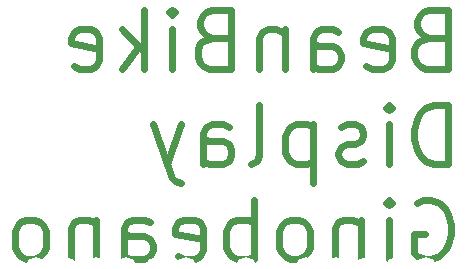
<source format=gbo>
G04 #@! TF.GenerationSoftware,KiCad,Pcbnew,9.0.2*
G04 #@! TF.CreationDate,2025-10-25T16:25:04-04:00*
G04 #@! TF.ProjectId,Display,44697370-6c61-4792-9e6b-696361645f70,rev?*
G04 #@! TF.SameCoordinates,Original*
G04 #@! TF.FileFunction,Legend,Bot*
G04 #@! TF.FilePolarity,Positive*
%FSLAX46Y46*%
G04 Gerber Fmt 4.6, Leading zero omitted, Abs format (unit mm)*
G04 Created by KiCad (PCBNEW 9.0.2) date 2025-10-25 16:25:04*
%MOMM*%
%LPD*%
G01*
G04 APERTURE LIST*
%ADD10C,0.625000*%
%ADD11R,1.700000X1.700000*%
%ADD12C,1.700000*%
G04 APERTURE END LIST*
D10*
X181881673Y-65217107D02*
X181167387Y-65455202D01*
X181167387Y-65455202D02*
X180929292Y-65693298D01*
X180929292Y-65693298D02*
X180691196Y-66169488D01*
X180691196Y-66169488D02*
X180691196Y-66883774D01*
X180691196Y-66883774D02*
X180929292Y-67359964D01*
X180929292Y-67359964D02*
X181167387Y-67598060D01*
X181167387Y-67598060D02*
X181643577Y-67836155D01*
X181643577Y-67836155D02*
X183548339Y-67836155D01*
X183548339Y-67836155D02*
X183548339Y-62836155D01*
X183548339Y-62836155D02*
X181881673Y-62836155D01*
X181881673Y-62836155D02*
X181405482Y-63074250D01*
X181405482Y-63074250D02*
X181167387Y-63312345D01*
X181167387Y-63312345D02*
X180929292Y-63788536D01*
X180929292Y-63788536D02*
X180929292Y-64264726D01*
X180929292Y-64264726D02*
X181167387Y-64740917D01*
X181167387Y-64740917D02*
X181405482Y-64979012D01*
X181405482Y-64979012D02*
X181881673Y-65217107D01*
X181881673Y-65217107D02*
X183548339Y-65217107D01*
X176643577Y-67598060D02*
X177119768Y-67836155D01*
X177119768Y-67836155D02*
X178072149Y-67836155D01*
X178072149Y-67836155D02*
X178548339Y-67598060D01*
X178548339Y-67598060D02*
X178786435Y-67121869D01*
X178786435Y-67121869D02*
X178786435Y-65217107D01*
X178786435Y-65217107D02*
X178548339Y-64740917D01*
X178548339Y-64740917D02*
X178072149Y-64502821D01*
X178072149Y-64502821D02*
X177119768Y-64502821D01*
X177119768Y-64502821D02*
X176643577Y-64740917D01*
X176643577Y-64740917D02*
X176405482Y-65217107D01*
X176405482Y-65217107D02*
X176405482Y-65693298D01*
X176405482Y-65693298D02*
X178786435Y-66169488D01*
X172119768Y-67836155D02*
X172119768Y-65217107D01*
X172119768Y-65217107D02*
X172357863Y-64740917D01*
X172357863Y-64740917D02*
X172834054Y-64502821D01*
X172834054Y-64502821D02*
X173786435Y-64502821D01*
X173786435Y-64502821D02*
X174262625Y-64740917D01*
X172119768Y-67598060D02*
X172595959Y-67836155D01*
X172595959Y-67836155D02*
X173786435Y-67836155D01*
X173786435Y-67836155D02*
X174262625Y-67598060D01*
X174262625Y-67598060D02*
X174500721Y-67121869D01*
X174500721Y-67121869D02*
X174500721Y-66645679D01*
X174500721Y-66645679D02*
X174262625Y-66169488D01*
X174262625Y-66169488D02*
X173786435Y-65931393D01*
X173786435Y-65931393D02*
X172595959Y-65931393D01*
X172595959Y-65931393D02*
X172119768Y-65693298D01*
X169738815Y-64502821D02*
X169738815Y-67836155D01*
X169738815Y-64979012D02*
X169500720Y-64740917D01*
X169500720Y-64740917D02*
X169024530Y-64502821D01*
X169024530Y-64502821D02*
X168310244Y-64502821D01*
X168310244Y-64502821D02*
X167834053Y-64740917D01*
X167834053Y-64740917D02*
X167595958Y-65217107D01*
X167595958Y-65217107D02*
X167595958Y-67836155D01*
X163548339Y-65217107D02*
X162834053Y-65455202D01*
X162834053Y-65455202D02*
X162595958Y-65693298D01*
X162595958Y-65693298D02*
X162357862Y-66169488D01*
X162357862Y-66169488D02*
X162357862Y-66883774D01*
X162357862Y-66883774D02*
X162595958Y-67359964D01*
X162595958Y-67359964D02*
X162834053Y-67598060D01*
X162834053Y-67598060D02*
X163310243Y-67836155D01*
X163310243Y-67836155D02*
X165215005Y-67836155D01*
X165215005Y-67836155D02*
X165215005Y-62836155D01*
X165215005Y-62836155D02*
X163548339Y-62836155D01*
X163548339Y-62836155D02*
X163072148Y-63074250D01*
X163072148Y-63074250D02*
X162834053Y-63312345D01*
X162834053Y-63312345D02*
X162595958Y-63788536D01*
X162595958Y-63788536D02*
X162595958Y-64264726D01*
X162595958Y-64264726D02*
X162834053Y-64740917D01*
X162834053Y-64740917D02*
X163072148Y-64979012D01*
X163072148Y-64979012D02*
X163548339Y-65217107D01*
X163548339Y-65217107D02*
X165215005Y-65217107D01*
X160215005Y-67836155D02*
X160215005Y-64502821D01*
X160215005Y-62836155D02*
X160453101Y-63074250D01*
X160453101Y-63074250D02*
X160215005Y-63312345D01*
X160215005Y-63312345D02*
X159976910Y-63074250D01*
X159976910Y-63074250D02*
X160215005Y-62836155D01*
X160215005Y-62836155D02*
X160215005Y-63312345D01*
X157834053Y-67836155D02*
X157834053Y-62836155D01*
X157357863Y-65931393D02*
X155929291Y-67836155D01*
X155929291Y-64502821D02*
X157834053Y-66407583D01*
X151881672Y-67598060D02*
X152357863Y-67836155D01*
X152357863Y-67836155D02*
X153310244Y-67836155D01*
X153310244Y-67836155D02*
X153786434Y-67598060D01*
X153786434Y-67598060D02*
X154024530Y-67121869D01*
X154024530Y-67121869D02*
X154024530Y-65217107D01*
X154024530Y-65217107D02*
X153786434Y-64740917D01*
X153786434Y-64740917D02*
X153310244Y-64502821D01*
X153310244Y-64502821D02*
X152357863Y-64502821D01*
X152357863Y-64502821D02*
X151881672Y-64740917D01*
X151881672Y-64740917D02*
X151643577Y-65217107D01*
X151643577Y-65217107D02*
X151643577Y-65693298D01*
X151643577Y-65693298D02*
X154024530Y-66169488D01*
X183548339Y-75885875D02*
X183548339Y-70885875D01*
X183548339Y-70885875D02*
X182357863Y-70885875D01*
X182357863Y-70885875D02*
X181643577Y-71123970D01*
X181643577Y-71123970D02*
X181167387Y-71600160D01*
X181167387Y-71600160D02*
X180929292Y-72076351D01*
X180929292Y-72076351D02*
X180691196Y-73028732D01*
X180691196Y-73028732D02*
X180691196Y-73743018D01*
X180691196Y-73743018D02*
X180929292Y-74695399D01*
X180929292Y-74695399D02*
X181167387Y-75171589D01*
X181167387Y-75171589D02*
X181643577Y-75647780D01*
X181643577Y-75647780D02*
X182357863Y-75885875D01*
X182357863Y-75885875D02*
X183548339Y-75885875D01*
X178548339Y-75885875D02*
X178548339Y-72552541D01*
X178548339Y-70885875D02*
X178786435Y-71123970D01*
X178786435Y-71123970D02*
X178548339Y-71362065D01*
X178548339Y-71362065D02*
X178310244Y-71123970D01*
X178310244Y-71123970D02*
X178548339Y-70885875D01*
X178548339Y-70885875D02*
X178548339Y-71362065D01*
X176405483Y-75647780D02*
X175929292Y-75885875D01*
X175929292Y-75885875D02*
X174976911Y-75885875D01*
X174976911Y-75885875D02*
X174500721Y-75647780D01*
X174500721Y-75647780D02*
X174262625Y-75171589D01*
X174262625Y-75171589D02*
X174262625Y-74933494D01*
X174262625Y-74933494D02*
X174500721Y-74457303D01*
X174500721Y-74457303D02*
X174976911Y-74219208D01*
X174976911Y-74219208D02*
X175691197Y-74219208D01*
X175691197Y-74219208D02*
X176167387Y-73981113D01*
X176167387Y-73981113D02*
X176405483Y-73504922D01*
X176405483Y-73504922D02*
X176405483Y-73266827D01*
X176405483Y-73266827D02*
X176167387Y-72790637D01*
X176167387Y-72790637D02*
X175691197Y-72552541D01*
X175691197Y-72552541D02*
X174976911Y-72552541D01*
X174976911Y-72552541D02*
X174500721Y-72790637D01*
X172119768Y-72552541D02*
X172119768Y-77552541D01*
X172119768Y-72790637D02*
X171643578Y-72552541D01*
X171643578Y-72552541D02*
X170691197Y-72552541D01*
X170691197Y-72552541D02*
X170215006Y-72790637D01*
X170215006Y-72790637D02*
X169976911Y-73028732D01*
X169976911Y-73028732D02*
X169738816Y-73504922D01*
X169738816Y-73504922D02*
X169738816Y-74933494D01*
X169738816Y-74933494D02*
X169976911Y-75409684D01*
X169976911Y-75409684D02*
X170215006Y-75647780D01*
X170215006Y-75647780D02*
X170691197Y-75885875D01*
X170691197Y-75885875D02*
X171643578Y-75885875D01*
X171643578Y-75885875D02*
X172119768Y-75647780D01*
X166881673Y-75885875D02*
X167357863Y-75647780D01*
X167357863Y-75647780D02*
X167595958Y-75171589D01*
X167595958Y-75171589D02*
X167595958Y-70885875D01*
X162834053Y-75885875D02*
X162834053Y-73266827D01*
X162834053Y-73266827D02*
X163072148Y-72790637D01*
X163072148Y-72790637D02*
X163548339Y-72552541D01*
X163548339Y-72552541D02*
X164500720Y-72552541D01*
X164500720Y-72552541D02*
X164976910Y-72790637D01*
X162834053Y-75647780D02*
X163310244Y-75885875D01*
X163310244Y-75885875D02*
X164500720Y-75885875D01*
X164500720Y-75885875D02*
X164976910Y-75647780D01*
X164976910Y-75647780D02*
X165215006Y-75171589D01*
X165215006Y-75171589D02*
X165215006Y-74695399D01*
X165215006Y-74695399D02*
X164976910Y-74219208D01*
X164976910Y-74219208D02*
X164500720Y-73981113D01*
X164500720Y-73981113D02*
X163310244Y-73981113D01*
X163310244Y-73981113D02*
X162834053Y-73743018D01*
X160929291Y-72552541D02*
X159738815Y-75885875D01*
X158548338Y-72552541D02*
X159738815Y-75885875D01*
X159738815Y-75885875D02*
X160215005Y-77076351D01*
X160215005Y-77076351D02*
X160453100Y-77314446D01*
X160453100Y-77314446D02*
X160929291Y-77552541D01*
X180929292Y-79173690D02*
X181405482Y-78935595D01*
X181405482Y-78935595D02*
X182119768Y-78935595D01*
X182119768Y-78935595D02*
X182834054Y-79173690D01*
X182834054Y-79173690D02*
X183310244Y-79649880D01*
X183310244Y-79649880D02*
X183548339Y-80126071D01*
X183548339Y-80126071D02*
X183786435Y-81078452D01*
X183786435Y-81078452D02*
X183786435Y-81792738D01*
X183786435Y-81792738D02*
X183548339Y-82745119D01*
X183548339Y-82745119D02*
X183310244Y-83221309D01*
X183310244Y-83221309D02*
X182834054Y-83697500D01*
X182834054Y-83697500D02*
X182119768Y-83935595D01*
X182119768Y-83935595D02*
X181643577Y-83935595D01*
X181643577Y-83935595D02*
X180929292Y-83697500D01*
X180929292Y-83697500D02*
X180691196Y-83459404D01*
X180691196Y-83459404D02*
X180691196Y-81792738D01*
X180691196Y-81792738D02*
X181643577Y-81792738D01*
X178548339Y-83935595D02*
X178548339Y-80602261D01*
X178548339Y-78935595D02*
X178786435Y-79173690D01*
X178786435Y-79173690D02*
X178548339Y-79411785D01*
X178548339Y-79411785D02*
X178310244Y-79173690D01*
X178310244Y-79173690D02*
X178548339Y-78935595D01*
X178548339Y-78935595D02*
X178548339Y-79411785D01*
X176167387Y-80602261D02*
X176167387Y-83935595D01*
X176167387Y-81078452D02*
X175929292Y-80840357D01*
X175929292Y-80840357D02*
X175453102Y-80602261D01*
X175453102Y-80602261D02*
X174738816Y-80602261D01*
X174738816Y-80602261D02*
X174262625Y-80840357D01*
X174262625Y-80840357D02*
X174024530Y-81316547D01*
X174024530Y-81316547D02*
X174024530Y-83935595D01*
X170929292Y-83935595D02*
X171405482Y-83697500D01*
X171405482Y-83697500D02*
X171643577Y-83459404D01*
X171643577Y-83459404D02*
X171881673Y-82983214D01*
X171881673Y-82983214D02*
X171881673Y-81554642D01*
X171881673Y-81554642D02*
X171643577Y-81078452D01*
X171643577Y-81078452D02*
X171405482Y-80840357D01*
X171405482Y-80840357D02*
X170929292Y-80602261D01*
X170929292Y-80602261D02*
X170215006Y-80602261D01*
X170215006Y-80602261D02*
X169738815Y-80840357D01*
X169738815Y-80840357D02*
X169500720Y-81078452D01*
X169500720Y-81078452D02*
X169262625Y-81554642D01*
X169262625Y-81554642D02*
X169262625Y-82983214D01*
X169262625Y-82983214D02*
X169500720Y-83459404D01*
X169500720Y-83459404D02*
X169738815Y-83697500D01*
X169738815Y-83697500D02*
X170215006Y-83935595D01*
X170215006Y-83935595D02*
X170929292Y-83935595D01*
X167119767Y-83935595D02*
X167119767Y-78935595D01*
X167119767Y-80840357D02*
X166643577Y-80602261D01*
X166643577Y-80602261D02*
X165691196Y-80602261D01*
X165691196Y-80602261D02*
X165215005Y-80840357D01*
X165215005Y-80840357D02*
X164976910Y-81078452D01*
X164976910Y-81078452D02*
X164738815Y-81554642D01*
X164738815Y-81554642D02*
X164738815Y-82983214D01*
X164738815Y-82983214D02*
X164976910Y-83459404D01*
X164976910Y-83459404D02*
X165215005Y-83697500D01*
X165215005Y-83697500D02*
X165691196Y-83935595D01*
X165691196Y-83935595D02*
X166643577Y-83935595D01*
X166643577Y-83935595D02*
X167119767Y-83697500D01*
X160691195Y-83697500D02*
X161167386Y-83935595D01*
X161167386Y-83935595D02*
X162119767Y-83935595D01*
X162119767Y-83935595D02*
X162595957Y-83697500D01*
X162595957Y-83697500D02*
X162834053Y-83221309D01*
X162834053Y-83221309D02*
X162834053Y-81316547D01*
X162834053Y-81316547D02*
X162595957Y-80840357D01*
X162595957Y-80840357D02*
X162119767Y-80602261D01*
X162119767Y-80602261D02*
X161167386Y-80602261D01*
X161167386Y-80602261D02*
X160691195Y-80840357D01*
X160691195Y-80840357D02*
X160453100Y-81316547D01*
X160453100Y-81316547D02*
X160453100Y-81792738D01*
X160453100Y-81792738D02*
X162834053Y-82268928D01*
X156167386Y-83935595D02*
X156167386Y-81316547D01*
X156167386Y-81316547D02*
X156405481Y-80840357D01*
X156405481Y-80840357D02*
X156881672Y-80602261D01*
X156881672Y-80602261D02*
X157834053Y-80602261D01*
X157834053Y-80602261D02*
X158310243Y-80840357D01*
X156167386Y-83697500D02*
X156643577Y-83935595D01*
X156643577Y-83935595D02*
X157834053Y-83935595D01*
X157834053Y-83935595D02*
X158310243Y-83697500D01*
X158310243Y-83697500D02*
X158548339Y-83221309D01*
X158548339Y-83221309D02*
X158548339Y-82745119D01*
X158548339Y-82745119D02*
X158310243Y-82268928D01*
X158310243Y-82268928D02*
X157834053Y-82030833D01*
X157834053Y-82030833D02*
X156643577Y-82030833D01*
X156643577Y-82030833D02*
X156167386Y-81792738D01*
X153786433Y-80602261D02*
X153786433Y-83935595D01*
X153786433Y-81078452D02*
X153548338Y-80840357D01*
X153548338Y-80840357D02*
X153072148Y-80602261D01*
X153072148Y-80602261D02*
X152357862Y-80602261D01*
X152357862Y-80602261D02*
X151881671Y-80840357D01*
X151881671Y-80840357D02*
X151643576Y-81316547D01*
X151643576Y-81316547D02*
X151643576Y-83935595D01*
X148548338Y-83935595D02*
X149024528Y-83697500D01*
X149024528Y-83697500D02*
X149262623Y-83459404D01*
X149262623Y-83459404D02*
X149500719Y-82983214D01*
X149500719Y-82983214D02*
X149500719Y-81554642D01*
X149500719Y-81554642D02*
X149262623Y-81078452D01*
X149262623Y-81078452D02*
X149024528Y-80840357D01*
X149024528Y-80840357D02*
X148548338Y-80602261D01*
X148548338Y-80602261D02*
X147834052Y-80602261D01*
X147834052Y-80602261D02*
X147357861Y-80840357D01*
X147357861Y-80840357D02*
X147119766Y-81078452D01*
X147119766Y-81078452D02*
X146881671Y-81554642D01*
X146881671Y-81554642D02*
X146881671Y-82983214D01*
X146881671Y-82983214D02*
X147119766Y-83459404D01*
X147119766Y-83459404D02*
X147357861Y-83697500D01*
X147357861Y-83697500D02*
X147834052Y-83935595D01*
X147834052Y-83935595D02*
X148548338Y-83935595D01*
%LPC*%
D11*
X137060000Y-71410000D03*
D12*
X139600000Y-71410000D03*
X137060000Y-73950000D03*
X139600000Y-73950000D03*
X137060000Y-76490000D03*
X139600000Y-76490000D03*
D11*
X174150000Y-60700000D03*
D12*
X171610000Y-60700000D03*
X169070000Y-60700000D03*
X166530000Y-60700000D03*
X163990000Y-60700000D03*
X161450000Y-60700000D03*
D11*
X191900000Y-87150000D03*
D12*
X191900000Y-84610000D03*
X189360000Y-87150000D03*
X189360000Y-84610000D03*
X186820000Y-87150000D03*
X186820000Y-84610000D03*
X184280000Y-87150000D03*
X184280000Y-84610000D03*
X181740000Y-87150000D03*
X181740000Y-84610000D03*
X179200000Y-87150000D03*
X179200000Y-84610000D03*
X176660000Y-87150000D03*
X176660000Y-84610000D03*
X174120000Y-87150000D03*
X174120000Y-84610000D03*
X171580000Y-87150000D03*
X171580000Y-84610000D03*
X169040000Y-87150000D03*
X169040000Y-84610000D03*
X166500000Y-87150000D03*
X166500000Y-84610000D03*
X163960000Y-87150000D03*
X163960000Y-84610000D03*
X161420000Y-87150000D03*
X161420000Y-84610000D03*
X158880000Y-87150000D03*
X158880000Y-84610000D03*
X156340000Y-87150000D03*
X156340000Y-84610000D03*
X153800000Y-87150000D03*
X153800000Y-84610000D03*
X151260000Y-87150000D03*
X151260000Y-84610000D03*
X148720000Y-87150000D03*
X148720000Y-84610000D03*
X146180000Y-87150000D03*
X146180000Y-84610000D03*
X143640000Y-87150000D03*
X143640000Y-84610000D03*
D11*
X198500000Y-76490000D03*
D12*
X195960000Y-76490000D03*
X198500000Y-73950000D03*
X195960000Y-73950000D03*
X198500000Y-71410000D03*
X195960000Y-71410000D03*
%LPD*%
M02*

</source>
